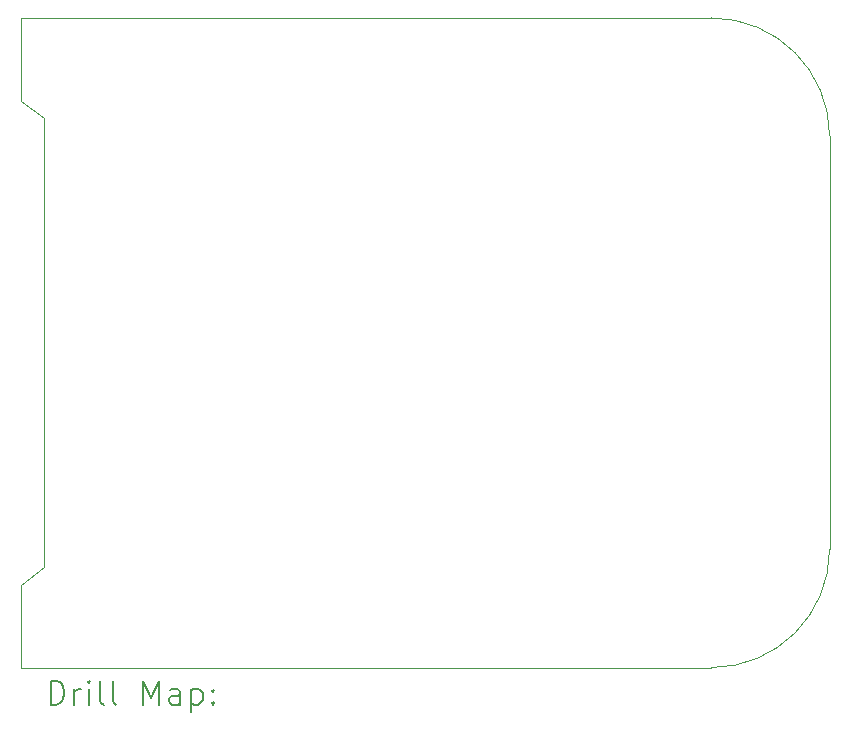
<source format=gbr>
%TF.GenerationSoftware,KiCad,Pcbnew,(6.0.11)*%
%TF.CreationDate,2024-05-08T12:07:41+07:00*%
%TF.ProjectId,CTP_Display_CANbus_revA,4354505f-4469-4737-906c-61795f43414e,rev?*%
%TF.SameCoordinates,PX5f5e100PY5f5e100*%
%TF.FileFunction,Drillmap*%
%TF.FilePolarity,Positive*%
%FSLAX45Y45*%
G04 Gerber Fmt 4.5, Leading zero omitted, Abs format (unit mm)*
G04 Created by KiCad (PCBNEW (6.0.11)) date 2024-05-08 12:07:41*
%MOMM*%
%LPD*%
G01*
G04 APERTURE LIST*
%ADD10C,0.050000*%
%ADD11C,0.200000*%
G04 APERTURE END LIST*
D10*
X0Y5500000D02*
X0Y4800000D01*
X200000Y4650000D02*
X200000Y850000D01*
X0Y4800000D02*
X200000Y4650000D01*
X5850000Y0D02*
G75*
G03*
X6850000Y1000000I0J1000000D01*
G01*
X6850000Y4500000D02*
G75*
G03*
X5850000Y5500000I-1000000J0D01*
G01*
X6850000Y1000000D02*
X6850000Y4500000D01*
X0Y0D02*
X5850000Y0D01*
X0Y700000D02*
X200000Y850000D01*
X0Y5500000D02*
X5850000Y5500000D01*
X0Y0D02*
X0Y700000D01*
D11*
X255119Y-312976D02*
X255119Y-112976D01*
X302738Y-112976D01*
X331310Y-122500D01*
X350357Y-141548D01*
X359881Y-160595D01*
X369405Y-198690D01*
X369405Y-227262D01*
X359881Y-265357D01*
X350357Y-284405D01*
X331310Y-303452D01*
X302738Y-312976D01*
X255119Y-312976D01*
X455119Y-312976D02*
X455119Y-179643D01*
X455119Y-217738D02*
X464643Y-198690D01*
X474167Y-189167D01*
X493214Y-179643D01*
X512262Y-179643D01*
X578929Y-312976D02*
X578929Y-179643D01*
X578929Y-112976D02*
X569405Y-122500D01*
X578929Y-132024D01*
X588452Y-122500D01*
X578929Y-112976D01*
X578929Y-132024D01*
X702738Y-312976D02*
X683690Y-303452D01*
X674167Y-284405D01*
X674167Y-112976D01*
X807500Y-312976D02*
X788452Y-303452D01*
X778928Y-284405D01*
X778928Y-112976D01*
X1036071Y-312976D02*
X1036071Y-112976D01*
X1102738Y-255833D01*
X1169405Y-112976D01*
X1169405Y-312976D01*
X1350357Y-312976D02*
X1350357Y-208214D01*
X1340833Y-189167D01*
X1321786Y-179643D01*
X1283690Y-179643D01*
X1264643Y-189167D01*
X1350357Y-303452D02*
X1331310Y-312976D01*
X1283690Y-312976D01*
X1264643Y-303452D01*
X1255119Y-284405D01*
X1255119Y-265357D01*
X1264643Y-246309D01*
X1283690Y-236786D01*
X1331310Y-236786D01*
X1350357Y-227262D01*
X1445595Y-179643D02*
X1445595Y-379643D01*
X1445595Y-189167D02*
X1464643Y-179643D01*
X1502738Y-179643D01*
X1521786Y-189167D01*
X1531309Y-198690D01*
X1540833Y-217738D01*
X1540833Y-274881D01*
X1531309Y-293929D01*
X1521786Y-303452D01*
X1502738Y-312976D01*
X1464643Y-312976D01*
X1445595Y-303452D01*
X1626548Y-293929D02*
X1636071Y-303452D01*
X1626548Y-312976D01*
X1617024Y-303452D01*
X1626548Y-293929D01*
X1626548Y-312976D01*
X1626548Y-189167D02*
X1636071Y-198690D01*
X1626548Y-208214D01*
X1617024Y-198690D01*
X1626548Y-189167D01*
X1626548Y-208214D01*
M02*

</source>
